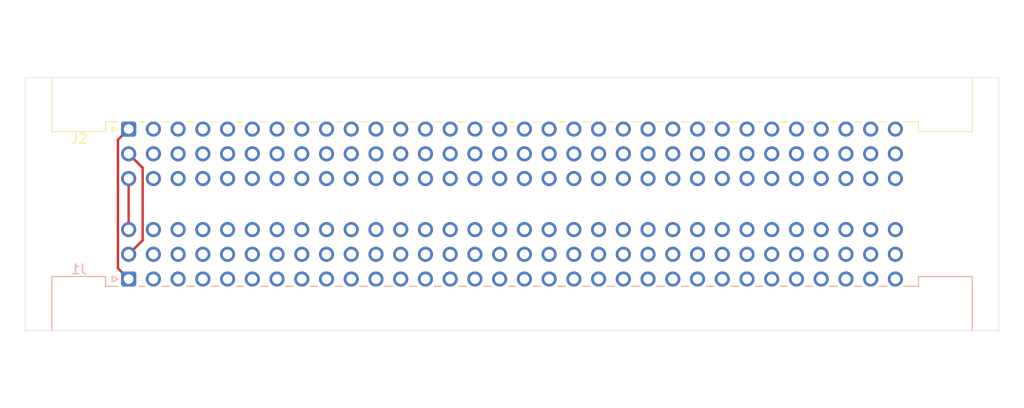
<source format=kicad_pcb>
(kicad_pcb (version 20171130) (host pcbnew "(5.1.9-0-10_14)")

  (general
    (thickness 1.6)
    (drawings 6)
    (tracks 7)
    (zones 0)
    (modules 2)
    (nets 189)
  )

  (page A4)
  (layers
    (0 F.Cu signal)
    (31 B.Cu signal)
    (32 B.Adhes user)
    (33 F.Adhes user)
    (34 B.Paste user)
    (35 F.Paste user)
    (36 B.SilkS user)
    (37 F.SilkS user)
    (38 B.Mask user)
    (39 F.Mask user)
    (40 Dwgs.User user)
    (41 Cmts.User user)
    (42 Eco1.User user)
    (43 Eco2.User user)
    (44 Edge.Cuts user)
    (45 Margin user)
    (46 B.CrtYd user)
    (47 F.CrtYd user)
    (48 B.Fab user)
    (49 F.Fab user)
  )

  (setup
    (last_trace_width 0.25)
    (trace_clearance 0.2)
    (zone_clearance 0.508)
    (zone_45_only no)
    (trace_min 0.2)
    (via_size 0.8)
    (via_drill 0.4)
    (via_min_size 0.4)
    (via_min_drill 0.3)
    (uvia_size 0.3)
    (uvia_drill 0.1)
    (uvias_allowed no)
    (uvia_min_size 0.2)
    (uvia_min_drill 0.1)
    (edge_width 0.05)
    (segment_width 0.2)
    (pcb_text_width 0.3)
    (pcb_text_size 1.5 1.5)
    (mod_edge_width 0.12)
    (mod_text_size 1 1)
    (mod_text_width 0.15)
    (pad_size 1.524 1.524)
    (pad_drill 0.762)
    (pad_to_mask_clearance 0)
    (aux_axis_origin 0 0)
    (grid_origin 110.43 45.6)
    (visible_elements FFFFFF7F)
    (pcbplotparams
      (layerselection 0x010fc_ffffffff)
      (usegerberextensions false)
      (usegerberattributes true)
      (usegerberadvancedattributes true)
      (creategerberjobfile true)
      (excludeedgelayer true)
      (linewidth 0.100000)
      (plotframeref false)
      (viasonmask false)
      (mode 1)
      (useauxorigin false)
      (hpglpennumber 1)
      (hpglpenspeed 20)
      (hpglpendiameter 15.000000)
      (psnegative false)
      (psa4output false)
      (plotreference true)
      (plotvalue true)
      (plotinvisibletext false)
      (padsonsilk false)
      (subtractmaskfromsilk false)
      (outputformat 1)
      (mirror false)
      (drillshape 1)
      (scaleselection 1)
      (outputdirectory ""))
  )

  (net 0 "")
  (net 1 "Net-(J1-PadC32)")
  (net 2 "Net-(J1-PadC31)")
  (net 3 "Net-(J1-PadC30)")
  (net 4 "Net-(J1-PadC29)")
  (net 5 "Net-(J1-PadC28)")
  (net 6 "Net-(J1-PadC27)")
  (net 7 "Net-(J1-PadC26)")
  (net 8 "Net-(J1-PadC25)")
  (net 9 "Net-(J1-PadC24)")
  (net 10 "Net-(J1-PadC23)")
  (net 11 "Net-(J1-PadC22)")
  (net 12 "Net-(J1-PadC21)")
  (net 13 "Net-(J1-PadC20)")
  (net 14 "Net-(J1-PadC19)")
  (net 15 "Net-(J1-PadC18)")
  (net 16 "Net-(J1-PadC17)")
  (net 17 "Net-(J1-PadC16)")
  (net 18 "Net-(J1-PadC15)")
  (net 19 "Net-(J1-PadC14)")
  (net 20 "Net-(J1-PadC13)")
  (net 21 "Net-(J1-PadC12)")
  (net 22 "Net-(J1-PadC11)")
  (net 23 "Net-(J1-PadC10)")
  (net 24 "Net-(J1-PadC9)")
  (net 25 "Net-(J1-PadC8)")
  (net 26 "Net-(J1-PadC7)")
  (net 27 "Net-(J1-PadC6)")
  (net 28 "Net-(J1-PadC5)")
  (net 29 "Net-(J1-PadC4)")
  (net 30 "Net-(J1-PadC3)")
  (net 31 "Net-(J1-PadC2)")
  (net 32 "Net-(J1-PadC1)")
  (net 33 "Net-(J1-PadB32)")
  (net 34 "Net-(J1-PadB31)")
  (net 35 "Net-(J1-PadB30)")
  (net 36 "Net-(J1-PadB29)")
  (net 37 "Net-(J1-PadB28)")
  (net 38 "Net-(J1-PadB27)")
  (net 39 "Net-(J1-PadB26)")
  (net 40 "Net-(J1-PadB25)")
  (net 41 "Net-(J1-PadB24)")
  (net 42 "Net-(J1-PadB23)")
  (net 43 "Net-(J1-PadB22)")
  (net 44 "Net-(J1-PadB21)")
  (net 45 "Net-(J1-PadB20)")
  (net 46 "Net-(J1-PadB19)")
  (net 47 "Net-(J1-PadB18)")
  (net 48 "Net-(J1-PadB17)")
  (net 49 "Net-(J1-PadB16)")
  (net 50 "Net-(J1-PadB15)")
  (net 51 "Net-(J1-PadB14)")
  (net 52 "Net-(J1-PadB13)")
  (net 53 "Net-(J1-PadB12)")
  (net 54 "Net-(J1-PadB11)")
  (net 55 "Net-(J1-PadB10)")
  (net 56 "Net-(J1-PadB9)")
  (net 57 "Net-(J1-PadB8)")
  (net 58 "Net-(J1-PadB7)")
  (net 59 "Net-(J1-PadB6)")
  (net 60 "Net-(J1-PadB5)")
  (net 61 "Net-(J1-PadB4)")
  (net 62 "Net-(J1-PadB3)")
  (net 63 "Net-(J1-PadB2)")
  (net 64 "Net-(J1-PadB1)")
  (net 65 "Net-(J1-PadA32)")
  (net 66 "Net-(J1-PadA31)")
  (net 67 "Net-(J1-PadA30)")
  (net 68 "Net-(J1-PadA29)")
  (net 69 "Net-(J1-PadA28)")
  (net 70 "Net-(J1-PadA27)")
  (net 71 "Net-(J1-PadA26)")
  (net 72 "Net-(J1-PadA25)")
  (net 73 "Net-(J1-PadA24)")
  (net 74 "Net-(J1-PadA23)")
  (net 75 "Net-(J1-PadA22)")
  (net 76 "Net-(J1-PadA21)")
  (net 77 "Net-(J1-PadA20)")
  (net 78 "Net-(J1-PadA19)")
  (net 79 "Net-(J1-PadA18)")
  (net 80 "Net-(J1-PadA17)")
  (net 81 "Net-(J1-PadA16)")
  (net 82 "Net-(J1-PadA15)")
  (net 83 "Net-(J1-PadA14)")
  (net 84 "Net-(J1-PadA13)")
  (net 85 "Net-(J1-PadA12)")
  (net 86 "Net-(J1-PadA11)")
  (net 87 "Net-(J1-PadA10)")
  (net 88 "Net-(J1-PadA9)")
  (net 89 "Net-(J1-PadA8)")
  (net 90 "Net-(J1-PadA7)")
  (net 91 "Net-(J1-PadA6)")
  (net 92 "Net-(J1-PadA5)")
  (net 93 "Net-(J1-PadA4)")
  (net 94 "Net-(J1-PadA3)")
  (net 95 "Net-(J1-PadA2)")
  (net 96 "Net-(J1-PadA1)")
  (net 97 "Net-(J2-PadC32)")
  (net 98 "Net-(J2-PadC31)")
  (net 99 "Net-(J2-PadC30)")
  (net 100 "Net-(J2-PadC29)")
  (net 101 "Net-(J2-PadC28)")
  (net 102 "Net-(J2-PadC27)")
  (net 103 "Net-(J2-PadC26)")
  (net 104 "Net-(J2-PadC25)")
  (net 105 "Net-(J2-PadC24)")
  (net 106 "Net-(J2-PadC23)")
  (net 107 "Net-(J2-PadC22)")
  (net 108 "Net-(J2-PadC21)")
  (net 109 "Net-(J2-PadC20)")
  (net 110 "Net-(J2-PadC19)")
  (net 111 "Net-(J2-PadC18)")
  (net 112 "Net-(J2-PadC17)")
  (net 113 "Net-(J2-PadC16)")
  (net 114 "Net-(J2-PadC15)")
  (net 115 "Net-(J2-PadC14)")
  (net 116 "Net-(J2-PadC13)")
  (net 117 "Net-(J2-PadC12)")
  (net 118 "Net-(J2-PadC11)")
  (net 119 "Net-(J2-PadC10)")
  (net 120 "Net-(J2-PadC9)")
  (net 121 "Net-(J2-PadC8)")
  (net 122 "Net-(J2-PadC7)")
  (net 123 "Net-(J2-PadC6)")
  (net 124 "Net-(J2-PadC5)")
  (net 125 "Net-(J2-PadC4)")
  (net 126 "Net-(J2-PadC3)")
  (net 127 "Net-(J2-PadC2)")
  (net 128 "Net-(J2-PadB32)")
  (net 129 "Net-(J2-PadB31)")
  (net 130 "Net-(J2-PadB30)")
  (net 131 "Net-(J2-PadB29)")
  (net 132 "Net-(J2-PadB28)")
  (net 133 "Net-(J2-PadB27)")
  (net 134 "Net-(J2-PadB26)")
  (net 135 "Net-(J2-PadB25)")
  (net 136 "Net-(J2-PadB24)")
  (net 137 "Net-(J2-PadB23)")
  (net 138 "Net-(J2-PadB22)")
  (net 139 "Net-(J2-PadB21)")
  (net 140 "Net-(J2-PadB20)")
  (net 141 "Net-(J2-PadB19)")
  (net 142 "Net-(J2-PadB18)")
  (net 143 "Net-(J2-PadB17)")
  (net 144 "Net-(J2-PadB16)")
  (net 145 "Net-(J2-PadB15)")
  (net 146 "Net-(J2-PadB14)")
  (net 147 "Net-(J2-PadB13)")
  (net 148 "Net-(J2-PadB12)")
  (net 149 "Net-(J2-PadB11)")
  (net 150 "Net-(J2-PadB10)")
  (net 151 "Net-(J2-PadB9)")
  (net 152 "Net-(J2-PadB8)")
  (net 153 "Net-(J2-PadB7)")
  (net 154 "Net-(J2-PadB6)")
  (net 155 "Net-(J2-PadB5)")
  (net 156 "Net-(J2-PadB4)")
  (net 157 "Net-(J2-PadB3)")
  (net 158 "Net-(J2-PadB2)")
  (net 159 "Net-(J2-PadA32)")
  (net 160 "Net-(J2-PadA31)")
  (net 161 "Net-(J2-PadA30)")
  (net 162 "Net-(J2-PadA29)")
  (net 163 "Net-(J2-PadA28)")
  (net 164 "Net-(J2-PadA27)")
  (net 165 "Net-(J2-PadA26)")
  (net 166 "Net-(J2-PadA25)")
  (net 167 "Net-(J2-PadA24)")
  (net 168 "Net-(J2-PadA23)")
  (net 169 "Net-(J2-PadA22)")
  (net 170 "Net-(J2-PadA21)")
  (net 171 "Net-(J2-PadA20)")
  (net 172 "Net-(J2-PadA19)")
  (net 173 "Net-(J2-PadA18)")
  (net 174 "Net-(J2-PadA17)")
  (net 175 "Net-(J2-PadA16)")
  (net 176 "Net-(J2-PadA15)")
  (net 177 "Net-(J2-PadA14)")
  (net 178 "Net-(J2-PadA13)")
  (net 179 "Net-(J2-PadA12)")
  (net 180 "Net-(J2-PadA11)")
  (net 181 "Net-(J2-PadA10)")
  (net 182 "Net-(J2-PadA9)")
  (net 183 "Net-(J2-PadA8)")
  (net 184 "Net-(J2-PadA7)")
  (net 185 "Net-(J2-PadA6)")
  (net 186 "Net-(J2-PadA5)")
  (net 187 "Net-(J2-PadA4)")
  (net 188 "Net-(J2-PadA3)")

  (net_class Default "This is the default net class."
    (clearance 0.2)
    (trace_width 0.25)
    (via_dia 0.8)
    (via_drill 0.4)
    (uvia_dia 0.3)
    (uvia_drill 0.1)
    (add_net "Net-(J1-PadA1)")
    (add_net "Net-(J1-PadA10)")
    (add_net "Net-(J1-PadA11)")
    (add_net "Net-(J1-PadA12)")
    (add_net "Net-(J1-PadA13)")
    (add_net "Net-(J1-PadA14)")
    (add_net "Net-(J1-PadA15)")
    (add_net "Net-(J1-PadA16)")
    (add_net "Net-(J1-PadA17)")
    (add_net "Net-(J1-PadA18)")
    (add_net "Net-(J1-PadA19)")
    (add_net "Net-(J1-PadA2)")
    (add_net "Net-(J1-PadA20)")
    (add_net "Net-(J1-PadA21)")
    (add_net "Net-(J1-PadA22)")
    (add_net "Net-(J1-PadA23)")
    (add_net "Net-(J1-PadA24)")
    (add_net "Net-(J1-PadA25)")
    (add_net "Net-(J1-PadA26)")
    (add_net "Net-(J1-PadA27)")
    (add_net "Net-(J1-PadA28)")
    (add_net "Net-(J1-PadA29)")
    (add_net "Net-(J1-PadA3)")
    (add_net "Net-(J1-PadA30)")
    (add_net "Net-(J1-PadA31)")
    (add_net "Net-(J1-PadA32)")
    (add_net "Net-(J1-PadA4)")
    (add_net "Net-(J1-PadA5)")
    (add_net "Net-(J1-PadA6)")
    (add_net "Net-(J1-PadA7)")
    (add_net "Net-(J1-PadA8)")
    (add_net "Net-(J1-PadA9)")
    (add_net "Net-(J1-PadB1)")
    (add_net "Net-(J1-PadB10)")
    (add_net "Net-(J1-PadB11)")
    (add_net "Net-(J1-PadB12)")
    (add_net "Net-(J1-PadB13)")
    (add_net "Net-(J1-PadB14)")
    (add_net "Net-(J1-PadB15)")
    (add_net "Net-(J1-PadB16)")
    (add_net "Net-(J1-PadB17)")
    (add_net "Net-(J1-PadB18)")
    (add_net "Net-(J1-PadB19)")
    (add_net "Net-(J1-PadB2)")
    (add_net "Net-(J1-PadB20)")
    (add_net "Net-(J1-PadB21)")
    (add_net "Net-(J1-PadB22)")
    (add_net "Net-(J1-PadB23)")
    (add_net "Net-(J1-PadB24)")
    (add_net "Net-(J1-PadB25)")
    (add_net "Net-(J1-PadB26)")
    (add_net "Net-(J1-PadB27)")
    (add_net "Net-(J1-PadB28)")
    (add_net "Net-(J1-PadB29)")
    (add_net "Net-(J1-PadB3)")
    (add_net "Net-(J1-PadB30)")
    (add_net "Net-(J1-PadB31)")
    (add_net "Net-(J1-PadB32)")
    (add_net "Net-(J1-PadB4)")
    (add_net "Net-(J1-PadB5)")
    (add_net "Net-(J1-PadB6)")
    (add_net "Net-(J1-PadB7)")
    (add_net "Net-(J1-PadB8)")
    (add_net "Net-(J1-PadB9)")
    (add_net "Net-(J1-PadC1)")
    (add_net "Net-(J1-PadC10)")
    (add_net "Net-(J1-PadC11)")
    (add_net "Net-(J1-PadC12)")
    (add_net "Net-(J1-PadC13)")
    (add_net "Net-(J1-PadC14)")
    (add_net "Net-(J1-PadC15)")
    (add_net "Net-(J1-PadC16)")
    (add_net "Net-(J1-PadC17)")
    (add_net "Net-(J1-PadC18)")
    (add_net "Net-(J1-PadC19)")
    (add_net "Net-(J1-PadC2)")
    (add_net "Net-(J1-PadC20)")
    (add_net "Net-(J1-PadC21)")
    (add_net "Net-(J1-PadC22)")
    (add_net "Net-(J1-PadC23)")
    (add_net "Net-(J1-PadC24)")
    (add_net "Net-(J1-PadC25)")
    (add_net "Net-(J1-PadC26)")
    (add_net "Net-(J1-PadC27)")
    (add_net "Net-(J1-PadC28)")
    (add_net "Net-(J1-PadC29)")
    (add_net "Net-(J1-PadC3)")
    (add_net "Net-(J1-PadC30)")
    (add_net "Net-(J1-PadC31)")
    (add_net "Net-(J1-PadC32)")
    (add_net "Net-(J1-PadC4)")
    (add_net "Net-(J1-PadC5)")
    (add_net "Net-(J1-PadC6)")
    (add_net "Net-(J1-PadC7)")
    (add_net "Net-(J1-PadC8)")
    (add_net "Net-(J1-PadC9)")
    (add_net "Net-(J2-PadA10)")
    (add_net "Net-(J2-PadA11)")
    (add_net "Net-(J2-PadA12)")
    (add_net "Net-(J2-PadA13)")
    (add_net "Net-(J2-PadA14)")
    (add_net "Net-(J2-PadA15)")
    (add_net "Net-(J2-PadA16)")
    (add_net "Net-(J2-PadA17)")
    (add_net "Net-(J2-PadA18)")
    (add_net "Net-(J2-PadA19)")
    (add_net "Net-(J2-PadA20)")
    (add_net "Net-(J2-PadA21)")
    (add_net "Net-(J2-PadA22)")
    (add_net "Net-(J2-PadA23)")
    (add_net "Net-(J2-PadA24)")
    (add_net "Net-(J2-PadA25)")
    (add_net "Net-(J2-PadA26)")
    (add_net "Net-(J2-PadA27)")
    (add_net "Net-(J2-PadA28)")
    (add_net "Net-(J2-PadA29)")
    (add_net "Net-(J2-PadA3)")
    (add_net "Net-(J2-PadA30)")
    (add_net "Net-(J2-PadA31)")
    (add_net "Net-(J2-PadA32)")
    (add_net "Net-(J2-PadA4)")
    (add_net "Net-(J2-PadA5)")
    (add_net "Net-(J2-PadA6)")
    (add_net "Net-(J2-PadA7)")
    (add_net "Net-(J2-PadA8)")
    (add_net "Net-(J2-PadA9)")
    (add_net "Net-(J2-PadB10)")
    (add_net "Net-(J2-PadB11)")
    (add_net "Net-(J2-PadB12)")
    (add_net "Net-(J2-PadB13)")
    (add_net "Net-(J2-PadB14)")
    (add_net "Net-(J2-PadB15)")
    (add_net "Net-(J2-PadB16)")
    (add_net "Net-(J2-PadB17)")
    (add_net "Net-(J2-PadB18)")
    (add_net "Net-(J2-PadB19)")
    (add_net "Net-(J2-PadB2)")
    (add_net "Net-(J2-PadB20)")
    (add_net "Net-(J2-PadB21)")
    (add_net "Net-(J2-PadB22)")
    (add_net "Net-(J2-PadB23)")
    (add_net "Net-(J2-PadB24)")
    (add_net "Net-(J2-PadB25)")
    (add_net "Net-(J2-PadB26)")
    (add_net "Net-(J2-PadB27)")
    (add_net "Net-(J2-PadB28)")
    (add_net "Net-(J2-PadB29)")
    (add_net "Net-(J2-PadB3)")
    (add_net "Net-(J2-PadB30)")
    (add_net "Net-(J2-PadB31)")
    (add_net "Net-(J2-PadB32)")
    (add_net "Net-(J2-PadB4)")
    (add_net "Net-(J2-PadB5)")
    (add_net "Net-(J2-PadB6)")
    (add_net "Net-(J2-PadB7)")
    (add_net "Net-(J2-PadB8)")
    (add_net "Net-(J2-PadB9)")
    (add_net "Net-(J2-PadC10)")
    (add_net "Net-(J2-PadC11)")
    (add_net "Net-(J2-PadC12)")
    (add_net "Net-(J2-PadC13)")
    (add_net "Net-(J2-PadC14)")
    (add_net "Net-(J2-PadC15)")
    (add_net "Net-(J2-PadC16)")
    (add_net "Net-(J2-PadC17)")
    (add_net "Net-(J2-PadC18)")
    (add_net "Net-(J2-PadC19)")
    (add_net "Net-(J2-PadC2)")
    (add_net "Net-(J2-PadC20)")
    (add_net "Net-(J2-PadC21)")
    (add_net "Net-(J2-PadC22)")
    (add_net "Net-(J2-PadC23)")
    (add_net "Net-(J2-PadC24)")
    (add_net "Net-(J2-PadC25)")
    (add_net "Net-(J2-PadC26)")
    (add_net "Net-(J2-PadC27)")
    (add_net "Net-(J2-PadC28)")
    (add_net "Net-(J2-PadC29)")
    (add_net "Net-(J2-PadC3)")
    (add_net "Net-(J2-PadC30)")
    (add_net "Net-(J2-PadC31)")
    (add_net "Net-(J2-PadC32)")
    (add_net "Net-(J2-PadC4)")
    (add_net "Net-(J2-PadC5)")
    (add_net "Net-(J2-PadC6)")
    (add_net "Net-(J2-PadC7)")
    (add_net "Net-(J2-PadC8)")
    (add_net "Net-(J2-PadC9)")
  )

  (module Connector_DIN:DIN41612_C_3x32_Male_Horizontal_THT_CAPS (layer F.Cu) (tedit 5F9E07B0) (tstamp 606F9A37)
    (at 110.43 45.6)
    (descr "DIN41612 connector, type C, Horizontal, 3 rows 32 pins wide, https://www.erni-x-press.com/de/downloads/kataloge/englische_kataloge/erni-din41612-iec60603-2-e.pdf")
    (tags "DIN 41612 IEC 60603 C")
    (path /606FA904)
    (fp_text reference J2 (at -5.08 1) (layer F.SilkS)
      (effects (font (size 1 1) (thickness 0.15)))
    )
    (fp_text value C96ABC (at 39.37 7.62) (layer F.Fab)
      (effects (font (size 1 1) (thickness 0.15)))
    )
    (fp_line (start -4.38 -12.74) (end -4.38 -6.74) (layer F.Fab) (width 0.1))
    (fp_line (start -4.38 -6.74) (end -7.63 -6.74) (layer F.Fab) (width 0.1))
    (fp_line (start -7.63 -6.74) (end -7.63 0) (layer F.Fab) (width 0.1))
    (fp_line (start -7.63 0) (end -2.63 0) (layer F.Fab) (width 0.1))
    (fp_line (start -2.63 0) (end -2.63 -1) (layer F.Fab) (width 0.1))
    (fp_line (start -2.63 -1) (end 81.37 -1) (layer F.Fab) (width 0.1))
    (fp_line (start 81.37 -1) (end 81.37 0) (layer F.Fab) (width 0.1))
    (fp_line (start 81.37 0) (end 86.37 0) (layer F.Fab) (width 0.1))
    (fp_line (start 86.37 0) (end 86.37 -6.74) (layer F.Fab) (width 0.1))
    (fp_line (start 86.37 -6.74) (end 83.12 -6.74) (layer F.Fab) (width 0.1))
    (fp_line (start 83.12 -6.74) (end 83.12 -12.74) (layer F.Fab) (width 0.1))
    (fp_line (start 83.12 -12.74) (end -4.38 -12.74) (layer F.Fab) (width 0.1))
    (fp_line (start -7.89 -5.3) (end -7.89 0.26) (layer F.SilkS) (width 0.12))
    (fp_line (start -7.89 0.26) (end -2.37 0.26) (layer F.SilkS) (width 0.12))
    (fp_line (start -2.37 0.26) (end -2.37 -0.74) (layer F.SilkS) (width 0.12))
    (fp_line (start 86.63 -5.3) (end 86.63 0.26) (layer F.SilkS) (width 0.12))
    (fp_line (start 86.63 0.26) (end 81.11 0.26) (layer F.SilkS) (width 0.12))
    (fp_line (start 81.11 0.26) (end 81.11 -0.74) (layer F.SilkS) (width 0.12))
    (fp_line (start -2.371 -0.74) (end -1.095 -0.74) (layer F.SilkS) (width 0.12))
    (fp_line (start 1.095 -0.74) (end 1.671 -0.74) (layer F.SilkS) (width 0.12))
    (fp_line (start 3.41 -0.74) (end 4.211 -0.74) (layer F.SilkS) (width 0.12))
    (fp_line (start 5.95 -0.74) (end 6.751 -0.74) (layer F.SilkS) (width 0.12))
    (fp_line (start 8.49 -0.74) (end 9.291 -0.74) (layer F.SilkS) (width 0.12))
    (fp_line (start 11.03 -0.74) (end 11.831 -0.74) (layer F.SilkS) (width 0.12))
    (fp_line (start 13.57 -0.74) (end 14.371 -0.74) (layer F.SilkS) (width 0.12))
    (fp_line (start 16.11 -0.74) (end 16.911 -0.74) (layer F.SilkS) (width 0.12))
    (fp_line (start 18.65 -0.74) (end 19.451 -0.74) (layer F.SilkS) (width 0.12))
    (fp_line (start 21.19 -0.74) (end 21.991 -0.74) (layer F.SilkS) (width 0.12))
    (fp_line (start 23.73 -0.74) (end 24.531 -0.74) (layer F.SilkS) (width 0.12))
    (fp_line (start 26.27 -0.74) (end 27.071 -0.74) (layer F.SilkS) (width 0.12))
    (fp_line (start 28.81 -0.74) (end 29.611 -0.74) (layer F.SilkS) (width 0.12))
    (fp_line (start 31.35 -0.74) (end 32.151 -0.74) (layer F.SilkS) (width 0.12))
    (fp_line (start 33.89 -0.74) (end 34.691 -0.74) (layer F.SilkS) (width 0.12))
    (fp_line (start 36.43 -0.74) (end 37.231 -0.74) (layer F.SilkS) (width 0.12))
    (fp_line (start 38.97 -0.74) (end 39.771 -0.74) (layer F.SilkS) (width 0.12))
    (fp_line (start 41.51 -0.74) (end 42.311 -0.74) (layer F.SilkS) (width 0.12))
    (fp_line (start 44.05 -0.74) (end 44.851 -0.74) (layer F.SilkS) (width 0.12))
    (fp_line (start 46.59 -0.74) (end 47.391 -0.74) (layer F.SilkS) (width 0.12))
    (fp_line (start 49.13 -0.74) (end 49.931 -0.74) (layer F.SilkS) (width 0.12))
    (fp_line (start 51.67 -0.74) (end 52.471 -0.74) (layer F.SilkS) (width 0.12))
    (fp_line (start 54.21 -0.74) (end 55.011 -0.74) (layer F.SilkS) (width 0.12))
    (fp_line (start 56.75 -0.74) (end 57.551 -0.74) (layer F.SilkS) (width 0.12))
    (fp_line (start 59.29 -0.74) (end 60.091 -0.74) (layer F.SilkS) (width 0.12))
    (fp_line (start 61.83 -0.74) (end 62.631 -0.74) (layer F.SilkS) (width 0.12))
    (fp_line (start 64.37 -0.74) (end 65.171 -0.74) (layer F.SilkS) (width 0.12))
    (fp_line (start 66.91 -0.74) (end 67.711 -0.74) (layer F.SilkS) (width 0.12))
    (fp_line (start 69.45 -0.74) (end 70.251 -0.74) (layer F.SilkS) (width 0.12))
    (fp_line (start 71.99 -0.74) (end 72.791 -0.74) (layer F.SilkS) (width 0.12))
    (fp_line (start 74.53 -0.74) (end 75.331 -0.74) (layer F.SilkS) (width 0.12))
    (fp_line (start 77.07 -0.74) (end 77.871 -0.74) (layer F.SilkS) (width 0.12))
    (fp_line (start 79.61 -0.74) (end 81.11 -0.74) (layer F.SilkS) (width 0.12))
    (fp_line (start -1.095 0) (end -1.695 -0.3) (layer F.SilkS) (width 0.12))
    (fp_line (start -1.695 -0.3) (end -1.695 0.3) (layer F.SilkS) (width 0.12))
    (fp_line (start -1.695 0.3) (end -1.095 0) (layer F.SilkS) (width 0.12))
    (fp_line (start 0 -1.2) (end -0.5 -1.9) (layer F.Fab) (width 0.1))
    (fp_line (start -0.5 -1.9) (end 0.5 -1.9) (layer F.Fab) (width 0.1))
    (fp_line (start 0.5 -1.9) (end 0 -1.2) (layer F.Fab) (width 0.1))
    (fp_line (start -8.13 -13.23) (end -8.13 0.5) (layer F.CrtYd) (width 0.05))
    (fp_line (start -8.13 0.5) (end -1.27 0.5) (layer F.CrtYd) (width 0.05))
    (fp_line (start -1.27 0.5) (end -1.27 6.36) (layer F.CrtYd) (width 0.05))
    (fp_line (start -1.27 6.36) (end 80.02 6.36) (layer F.CrtYd) (width 0.05))
    (fp_line (start 80.02 6.36) (end 80.02 0.5) (layer F.CrtYd) (width 0.05))
    (fp_line (start 80.02 0.5) (end 86.87 0.5) (layer F.CrtYd) (width 0.05))
    (fp_line (start 86.87 0.5) (end 86.87 -13.23) (layer F.CrtYd) (width 0.05))
    (fp_line (start 86.87 -13.23) (end -8.13 -13.23) (layer F.CrtYd) (width 0.05))
    (fp_line (start -7.63 -5.3) (end 86.37 -5.3) (layer Dwgs.User) (width 0.08))
    (fp_line (start 39.17 -5.9) (end 39.37 -5.4) (layer Cmts.User) (width 0.1))
    (fp_line (start 39.37 -5.4) (end 39.57 -5.9) (layer Cmts.User) (width 0.1))
    (fp_line (start 39.37 -5.4) (end 39.37 -6.7) (layer Cmts.User) (width 0.1))
    (fp_text user "Board edge" (at 39.37 -7.3) (layer Cmts.User)
      (effects (font (size 0.7 0.7) (thickness 0.1)))
    )
    (fp_text user %R (at 39.37 -2.54) (layer F.Fab)
      (effects (font (size 1 1) (thickness 0.15)))
    )
    (pad C32 thru_hole circle (at 78.74 5.08) (size 1.55 1.55) (drill 1) (layers *.Cu *.Mask)
      (net 97 "Net-(J2-PadC32)"))
    (pad C31 thru_hole circle (at 76.2 5.08) (size 1.55 1.55) (drill 1) (layers *.Cu *.Mask)
      (net 98 "Net-(J2-PadC31)"))
    (pad C30 thru_hole circle (at 73.66 5.08) (size 1.55 1.55) (drill 1) (layers *.Cu *.Mask)
      (net 99 "Net-(J2-PadC30)"))
    (pad C29 thru_hole circle (at 71.12 5.08) (size 1.55 1.55) (drill 1) (layers *.Cu *.Mask)
      (net 100 "Net-(J2-PadC29)"))
    (pad C28 thru_hole circle (at 68.58 5.08) (size 1.55 1.55) (drill 1) (layers *.Cu *.Mask)
      (net 101 "Net-(J2-PadC28)"))
    (pad C27 thru_hole circle (at 66.04 5.08) (size 1.55 1.55) (drill 1) (layers *.Cu *.Mask)
      (net 102 "Net-(J2-PadC27)"))
    (pad C26 thru_hole circle (at 63.5 5.08) (size 1.55 1.55) (drill 1) (layers *.Cu *.Mask)
      (net 103 "Net-(J2-PadC26)"))
    (pad C25 thru_hole circle (at 60.96 5.08) (size 1.55 1.55) (drill 1) (layers *.Cu *.Mask)
      (net 104 "Net-(J2-PadC25)"))
    (pad C24 thru_hole circle (at 58.42 5.08) (size 1.55 1.55) (drill 1) (layers *.Cu *.Mask)
      (net 105 "Net-(J2-PadC24)"))
    (pad C23 thru_hole circle (at 55.88 5.08) (size 1.55 1.55) (drill 1) (layers *.Cu *.Mask)
      (net 106 "Net-(J2-PadC23)"))
    (pad C22 thru_hole circle (at 53.34 5.08) (size 1.55 1.55) (drill 1) (layers *.Cu *.Mask)
      (net 107 "Net-(J2-PadC22)"))
    (pad C21 thru_hole circle (at 50.8 5.08) (size 1.55 1.55) (drill 1) (layers *.Cu *.Mask)
      (net 108 "Net-(J2-PadC21)"))
    (pad C20 thru_hole circle (at 48.26 5.08) (size 1.55 1.55) (drill 1) (layers *.Cu *.Mask)
      (net 109 "Net-(J2-PadC20)"))
    (pad C19 thru_hole circle (at 45.72 5.08) (size 1.55 1.55) (drill 1) (layers *.Cu *.Mask)
      (net 110 "Net-(J2-PadC19)"))
    (pad C18 thru_hole circle (at 43.18 5.08) (size 1.55 1.55) (drill 1) (layers *.Cu *.Mask)
      (net 111 "Net-(J2-PadC18)"))
    (pad C17 thru_hole circle (at 40.64 5.08) (size 1.55 1.55) (drill 1) (layers *.Cu *.Mask)
      (net 112 "Net-(J2-PadC17)"))
    (pad C16 thru_hole circle (at 38.1 5.08) (size 1.55 1.55) (drill 1) (layers *.Cu *.Mask)
      (net 113 "Net-(J2-PadC16)"))
    (pad C15 thru_hole circle (at 35.56 5.08) (size 1.55 1.55) (drill 1) (layers *.Cu *.Mask)
      (net 114 "Net-(J2-PadC15)"))
    (pad C14 thru_hole circle (at 33.02 5.08) (size 1.55 1.55) (drill 1) (layers *.Cu *.Mask)
      (net 115 "Net-(J2-PadC14)"))
    (pad C13 thru_hole circle (at 30.48 5.08) (size 1.55 1.55) (drill 1) (layers *.Cu *.Mask)
      (net 116 "Net-(J2-PadC13)"))
    (pad C12 thru_hole circle (at 27.94 5.08) (size 1.55 1.55) (drill 1) (layers *.Cu *.Mask)
      (net 117 "Net-(J2-PadC12)"))
    (pad C11 thru_hole circle (at 25.4 5.08) (size 1.55 1.55) (drill 1) (layers *.Cu *.Mask)
      (net 118 "Net-(J2-PadC11)"))
    (pad C10 thru_hole circle (at 22.86 5.08) (size 1.55 1.55) (drill 1) (layers *.Cu *.Mask)
      (net 119 "Net-(J2-PadC10)"))
    (pad C9 thru_hole circle (at 20.32 5.08) (size 1.55 1.55) (drill 1) (layers *.Cu *.Mask)
      (net 120 "Net-(J2-PadC9)"))
    (pad C8 thru_hole circle (at 17.78 5.08) (size 1.55 1.55) (drill 1) (layers *.Cu *.Mask)
      (net 121 "Net-(J2-PadC8)"))
    (pad C7 thru_hole circle (at 15.24 5.08) (size 1.55 1.55) (drill 1) (layers *.Cu *.Mask)
      (net 122 "Net-(J2-PadC7)"))
    (pad C6 thru_hole circle (at 12.7 5.08) (size 1.55 1.55) (drill 1) (layers *.Cu *.Mask)
      (net 123 "Net-(J2-PadC6)"))
    (pad C5 thru_hole circle (at 10.16 5.08) (size 1.55 1.55) (drill 1) (layers *.Cu *.Mask)
      (net 124 "Net-(J2-PadC5)"))
    (pad C4 thru_hole circle (at 7.62 5.08) (size 1.55 1.55) (drill 1) (layers *.Cu *.Mask)
      (net 125 "Net-(J2-PadC4)"))
    (pad C3 thru_hole circle (at 5.08 5.08) (size 1.55 1.55) (drill 1) (layers *.Cu *.Mask)
      (net 126 "Net-(J2-PadC3)"))
    (pad C2 thru_hole circle (at 2.54 5.08) (size 1.55 1.55) (drill 1) (layers *.Cu *.Mask)
      (net 127 "Net-(J2-PadC2)"))
    (pad C1 thru_hole circle (at 0 5.08) (size 1.55 1.55) (drill 1) (layers *.Cu *.Mask)
      (net 32 "Net-(J1-PadC1)"))
    (pad B32 thru_hole circle (at 78.74 2.54) (size 1.55 1.55) (drill 1) (layers *.Cu *.Mask)
      (net 128 "Net-(J2-PadB32)"))
    (pad B31 thru_hole circle (at 76.2 2.54) (size 1.55 1.55) (drill 1) (layers *.Cu *.Mask)
      (net 129 "Net-(J2-PadB31)"))
    (pad B30 thru_hole circle (at 73.66 2.54) (size 1.55 1.55) (drill 1) (layers *.Cu *.Mask)
      (net 130 "Net-(J2-PadB30)"))
    (pad B29 thru_hole circle (at 71.12 2.54) (size 1.55 1.55) (drill 1) (layers *.Cu *.Mask)
      (net 131 "Net-(J2-PadB29)"))
    (pad B28 thru_hole circle (at 68.58 2.54) (size 1.55 1.55) (drill 1) (layers *.Cu *.Mask)
      (net 132 "Net-(J2-PadB28)"))
    (pad B27 thru_hole circle (at 66.04 2.54) (size 1.55 1.55) (drill 1) (layers *.Cu *.Mask)
      (net 133 "Net-(J2-PadB27)"))
    (pad B26 thru_hole circle (at 63.5 2.54) (size 1.55 1.55) (drill 1) (layers *.Cu *.Mask)
      (net 134 "Net-(J2-PadB26)"))
    (pad B25 thru_hole circle (at 60.96 2.54) (size 1.55 1.55) (drill 1) (layers *.Cu *.Mask)
      (net 135 "Net-(J2-PadB25)"))
    (pad B24 thru_hole circle (at 58.42 2.54) (size 1.55 1.55) (drill 1) (layers *.Cu *.Mask)
      (net 136 "Net-(J2-PadB24)"))
    (pad B23 thru_hole circle (at 55.88 2.54) (size 1.55 1.55) (drill 1) (layers *.Cu *.Mask)
      (net 137 "Net-(J2-PadB23)"))
    (pad B22 thru_hole circle (at 53.34 2.54) (size 1.55 1.55) (drill 1) (layers *.Cu *.Mask)
      (net 138 "Net-(J2-PadB22)"))
    (pad B21 thru_hole circle (at 50.8 2.54) (size 1.55 1.55) (drill 1) (layers *.Cu *.Mask)
      (net 139 "Net-(J2-PadB21)"))
    (pad B20 thru_hole circle (at 48.26 2.54) (size 1.55 1.55) (drill 1) (layers *.Cu *.Mask)
      (net 140 "Net-(J2-PadB20)"))
    (pad B19 thru_hole circle (at 45.72 2.54) (size 1.55 1.55) (drill 1) (layers *.Cu *.Mask)
      (net 141 "Net-(J2-PadB19)"))
    (pad B18 thru_hole circle (at 43.18 2.54) (size 1.55 1.55) (drill 1) (layers *.Cu *.Mask)
      (net 142 "Net-(J2-PadB18)"))
    (pad B17 thru_hole circle (at 40.64 2.54) (size 1.55 1.55) (drill 1) (layers *.Cu *.Mask)
      (net 143 "Net-(J2-PadB17)"))
    (pad B16 thru_hole circle (at 38.1 2.54) (size 1.55 1.55) (drill 1) (layers *.Cu *.Mask)
      (net 144 "Net-(J2-PadB16)"))
    (pad B15 thru_hole circle (at 35.56 2.54) (size 1.55 1.55) (drill 1) (layers *.Cu *.Mask)
      (net 145 "Net-(J2-PadB15)"))
    (pad B14 thru_hole circle (at 33.02 2.54) (size 1.55 1.55) (drill 1) (layers *.Cu *.Mask)
      (net 146 "Net-(J2-PadB14)"))
    (pad B13 thru_hole circle (at 30.48 2.54) (size 1.55 1.55) (drill 1) (layers *.Cu *.Mask)
      (net 147 "Net-(J2-PadB13)"))
    (pad B12 thru_hole circle (at 27.94 2.54) (size 1.55 1.55) (drill 1) (layers *.Cu *.Mask)
      (net 148 "Net-(J2-PadB12)"))
    (pad B11 thru_hole circle (at 25.4 2.54) (size 1.55 1.55) (drill 1) (layers *.Cu *.Mask)
      (net 149 "Net-(J2-PadB11)"))
    (pad B10 thru_hole circle (at 22.86 2.54) (size 1.55 1.55) (drill 1) (layers *.Cu *.Mask)
      (net 150 "Net-(J2-PadB10)"))
    (pad B9 thru_hole circle (at 20.32 2.54) (size 1.55 1.55) (drill 1) (layers *.Cu *.Mask)
      (net 151 "Net-(J2-PadB9)"))
    (pad B8 thru_hole circle (at 17.78 2.54) (size 1.55 1.55) (drill 1) (layers *.Cu *.Mask)
      (net 152 "Net-(J2-PadB8)"))
    (pad B7 thru_hole circle (at 15.24 2.54) (size 1.55 1.55) (drill 1) (layers *.Cu *.Mask)
      (net 153 "Net-(J2-PadB7)"))
    (pad B6 thru_hole circle (at 12.7 2.54) (size 1.55 1.55) (drill 1) (layers *.Cu *.Mask)
      (net 154 "Net-(J2-PadB6)"))
    (pad B5 thru_hole circle (at 10.16 2.54) (size 1.55 1.55) (drill 1) (layers *.Cu *.Mask)
      (net 155 "Net-(J2-PadB5)"))
    (pad B4 thru_hole circle (at 7.62 2.54) (size 1.55 1.55) (drill 1) (layers *.Cu *.Mask)
      (net 156 "Net-(J2-PadB4)"))
    (pad B3 thru_hole circle (at 5.08 2.54) (size 1.55 1.55) (drill 1) (layers *.Cu *.Mask)
      (net 157 "Net-(J2-PadB3)"))
    (pad B2 thru_hole circle (at 2.54 2.54) (size 1.55 1.55) (drill 1) (layers *.Cu *.Mask)
      (net 158 "Net-(J2-PadB2)"))
    (pad B1 thru_hole circle (at 0 2.54) (size 1.55 1.55) (drill 1) (layers *.Cu *.Mask)
      (net 64 "Net-(J1-PadB1)"))
    (pad A32 thru_hole circle (at 78.74 0) (size 1.55 1.55) (drill 1) (layers *.Cu *.Mask)
      (net 159 "Net-(J2-PadA32)"))
    (pad A31 thru_hole circle (at 76.2 0) (size 1.55 1.55) (drill 1) (layers *.Cu *.Mask)
      (net 160 "Net-(J2-PadA31)"))
    (pad A30 thru_hole circle (at 73.66 0) (size 1.55 1.55) (drill 1) (layers *.Cu *.Mask)
      (net 161 "Net-(J2-PadA30)"))
    (pad A29 thru_hole circle (at 71.12 0) (size 1.55 1.55) (drill 1) (layers *.Cu *.Mask)
      (net 162 "Net-(J2-PadA29)"))
    (pad A28 thru_hole circle (at 68.58 0) (size 1.55 1.55) (drill 1) (layers *.Cu *.Mask)
      (net 163 "Net-(J2-PadA28)"))
    (pad A27 thru_hole circle (at 66.04 0) (size 1.55 1.55) (drill 1) (layers *.Cu *.Mask)
      (net 164 "Net-(J2-PadA27)"))
    (pad A26 thru_hole circle (at 63.5 0) (size 1.55 1.55) (drill 1) (layers *.Cu *.Mask)
      (net 165 "Net-(J2-PadA26)"))
    (pad A25 thru_hole circle (at 60.96 0) (size 1.55 1.55) (drill 1) (layers *.Cu *.Mask)
      (net 166 "Net-(J2-PadA25)"))
    (pad A24 thru_hole circle (at 58.42 0) (size 1.55 1.55) (drill 1) (layers *.Cu *.Mask)
      (net 167 "Net-(J2-PadA24)"))
    (pad A23 thru_hole circle (at 55.88 0) (size 1.55 1.55) (drill 1) (layers *.Cu *.Mask)
      (net 168 "Net-(J2-PadA23)"))
    (pad A22 thru_hole circle (at 53.34 0) (size 1.55 1.55) (drill 1) (layers *.Cu *.Mask)
      (net 169 "Net-(J2-PadA22)"))
    (pad A21 thru_hole circle (at 50.8 0) (size 1.55 1.55) (drill 1) (layers *.Cu *.Mask)
      (net 170 "Net-(J2-PadA21)"))
    (pad A20 thru_hole circle (at 48.26 0) (size 1.55 1.55) (drill 1) (layers *.Cu *.Mask)
      (net 171 "Net-(J2-PadA20)"))
    (pad A19 thru_hole circle (at 45.72 0) (size 1.55 1.55) (drill 1) (layers *.Cu *.Mask)
      (net 172 "Net-(J2-PadA19)"))
    (pad A18 thru_hole circle (at 43.18 0) (size 1.55 1.55) (drill 1) (layers *.Cu *.Mask)
      (net 173 "Net-(J2-PadA18)"))
    (pad A17 thru_hole circle (at 40.64 0) (size 1.55 1.55) (drill 1) (layers *.Cu *.Mask)
      (net 174 "Net-(J2-PadA17)"))
    (pad A16 thru_hole circle (at 38.1 0) (size 1.55 1.55) (drill 1) (layers *.Cu *.Mask)
      (net 175 "Net-(J2-PadA16)"))
    (pad A15 thru_hole circle (at 35.56 0) (size 1.55 1.55) (drill 1) (layers *.Cu *.Mask)
      (net 176 "Net-(J2-PadA15)"))
    (pad A14 thru_hole circle (at 33.02 0) (size 1.55 1.55) (drill 1) (layers *.Cu *.Mask)
      (net 177 "Net-(J2-PadA14)"))
    (pad A13 thru_hole circle (at 30.48 0) (size 1.55 1.55) (drill 1) (layers *.Cu *.Mask)
      (net 178 "Net-(J2-PadA13)"))
    (pad A12 thru_hole circle (at 27.94 0) (size 1.55 1.55) (drill 1) (layers *.Cu *.Mask)
      (net 179 "Net-(J2-PadA12)"))
    (pad A11 thru_hole circle (at 25.4 0) (size 1.55 1.55) (drill 1) (layers *.Cu *.Mask)
      (net 180 "Net-(J2-PadA11)"))
    (pad A10 thru_hole circle (at 22.86 0) (size 1.55 1.55) (drill 1) (layers *.Cu *.Mask)
      (net 181 "Net-(J2-PadA10)"))
    (pad A9 thru_hole circle (at 20.32 0) (size 1.55 1.55) (drill 1) (layers *.Cu *.Mask)
      (net 182 "Net-(J2-PadA9)"))
    (pad A8 thru_hole circle (at 17.78 0) (size 1.55 1.55) (drill 1) (layers *.Cu *.Mask)
      (net 183 "Net-(J2-PadA8)"))
    (pad A7 thru_hole circle (at 15.24 0) (size 1.55 1.55) (drill 1) (layers *.Cu *.Mask)
      (net 184 "Net-(J2-PadA7)"))
    (pad A6 thru_hole circle (at 12.7 0) (size 1.55 1.55) (drill 1) (layers *.Cu *.Mask)
      (net 185 "Net-(J2-PadA6)"))
    (pad A5 thru_hole circle (at 10.16 0) (size 1.55 1.55) (drill 1) (layers *.Cu *.Mask)
      (net 186 "Net-(J2-PadA5)"))
    (pad A4 thru_hole circle (at 7.62 0) (size 1.55 1.55) (drill 1) (layers *.Cu *.Mask)
      (net 187 "Net-(J2-PadA4)"))
    (pad A3 thru_hole circle (at 5.08 0) (size 1.55 1.55) (drill 1) (layers *.Cu *.Mask)
      (net 188 "Net-(J2-PadA3)"))
    (pad A2 thru_hole circle (at 2.54 0) (size 1.55 1.55) (drill 1) (layers *.Cu *.Mask)
      (net 95 "Net-(J1-PadA2)"))
    (pad A1 thru_hole roundrect (at 0 0 90) (size 1.55 1.55) (drill 1) (layers *.Cu *.Mask) (roundrect_rratio 0.161)
      (net 96 "Net-(J1-PadA1)"))
    (pad "" np_thru_hole circle (at 83.82 -2.54) (size 2.85 2.85) (drill 2.85) (layers *.Cu *.Mask))
    (pad "" np_thru_hole circle (at -5.08 -2.54) (size 2.85 2.85) (drill 2.85) (layers *.Cu *.Mask))
    (model ${KISYS3DMOD}/Connector_DIN.3dshapes/DIN41612_C_3x32_Male_Horizontal_THT.wrl
      (at (xyz 0 0 0))
      (scale (xyz 1 1 1))
      (rotate (xyz 0 0 0))
    )
  )

  (module Connector_DIN:DIN41612_C_3x32_Male_Horizontal_THT_CAPS (layer B.Cu) (tedit 5F9E07B0) (tstamp 606F99AF)
    (at 110.43 61)
    (descr "DIN41612 connector, type C, Horizontal, 3 rows 32 pins wide, https://www.erni-x-press.com/de/downloads/kataloge/englische_kataloge/erni-din41612-iec60603-2-e.pdf")
    (tags "DIN 41612 IEC 60603 C")
    (path /606FD219)
    (fp_text reference J1 (at -5.08 -1) (layer B.SilkS)
      (effects (font (size 1 1) (thickness 0.15)) (justify mirror))
    )
    (fp_text value C96ABC (at 39.37 -7.62) (layer B.Fab)
      (effects (font (size 1 1) (thickness 0.15)) (justify mirror))
    )
    (fp_line (start -4.38 12.74) (end -4.38 6.74) (layer B.Fab) (width 0.1))
    (fp_line (start -4.38 6.74) (end -7.63 6.74) (layer B.Fab) (width 0.1))
    (fp_line (start -7.63 6.74) (end -7.63 0) (layer B.Fab) (width 0.1))
    (fp_line (start -7.63 0) (end -2.63 0) (layer B.Fab) (width 0.1))
    (fp_line (start -2.63 0) (end -2.63 1) (layer B.Fab) (width 0.1))
    (fp_line (start -2.63 1) (end 81.37 1) (layer B.Fab) (width 0.1))
    (fp_line (start 81.37 1) (end 81.37 0) (layer B.Fab) (width 0.1))
    (fp_line (start 81.37 0) (end 86.37 0) (layer B.Fab) (width 0.1))
    (fp_line (start 86.37 0) (end 86.37 6.74) (layer B.Fab) (width 0.1))
    (fp_line (start 86.37 6.74) (end 83.12 6.74) (layer B.Fab) (width 0.1))
    (fp_line (start 83.12 6.74) (end 83.12 12.74) (layer B.Fab) (width 0.1))
    (fp_line (start 83.12 12.74) (end -4.38 12.74) (layer B.Fab) (width 0.1))
    (fp_line (start -7.89 5.3) (end -7.89 -0.26) (layer B.SilkS) (width 0.12))
    (fp_line (start -7.89 -0.26) (end -2.37 -0.26) (layer B.SilkS) (width 0.12))
    (fp_line (start -2.37 -0.26) (end -2.37 0.74) (layer B.SilkS) (width 0.12))
    (fp_line (start 86.63 5.3) (end 86.63 -0.26) (layer B.SilkS) (width 0.12))
    (fp_line (start 86.63 -0.26) (end 81.11 -0.26) (layer B.SilkS) (width 0.12))
    (fp_line (start 81.11 -0.26) (end 81.11 0.74) (layer B.SilkS) (width 0.12))
    (fp_line (start -2.371 0.74) (end -1.095 0.74) (layer B.SilkS) (width 0.12))
    (fp_line (start 1.095 0.74) (end 1.671 0.74) (layer B.SilkS) (width 0.12))
    (fp_line (start 3.41 0.74) (end 4.211 0.74) (layer B.SilkS) (width 0.12))
    (fp_line (start 5.95 0.74) (end 6.751 0.74) (layer B.SilkS) (width 0.12))
    (fp_line (start 8.49 0.74) (end 9.291 0.74) (layer B.SilkS) (width 0.12))
    (fp_line (start 11.03 0.74) (end 11.831 0.74) (layer B.SilkS) (width 0.12))
    (fp_line (start 13.57 0.74) (end 14.371 0.74) (layer B.SilkS) (width 0.12))
    (fp_line (start 16.11 0.74) (end 16.911 0.74) (layer B.SilkS) (width 0.12))
    (fp_line (start 18.65 0.74) (end 19.451 0.74) (layer B.SilkS) (width 0.12))
    (fp_line (start 21.19 0.74) (end 21.991 0.74) (layer B.SilkS) (width 0.12))
    (fp_line (start 23.73 0.74) (end 24.531 0.74) (layer B.SilkS) (width 0.12))
    (fp_line (start 26.27 0.74) (end 27.071 0.74) (layer B.SilkS) (width 0.12))
    (fp_line (start 28.81 0.74) (end 29.611 0.74) (layer B.SilkS) (width 0.12))
    (fp_line (start 31.35 0.74) (end 32.151 0.74) (layer B.SilkS) (width 0.12))
    (fp_line (start 33.89 0.74) (end 34.691 0.74) (layer B.SilkS) (width 0.12))
    (fp_line (start 36.43 0.74) (end 37.231 0.74) (layer B.SilkS) (width 0.12))
    (fp_line (start 38.97 0.74) (end 39.771 0.74) (layer B.SilkS) (width 0.12))
    (fp_line (start 41.51 0.74) (end 42.311 0.74) (layer B.SilkS) (width 0.12))
    (fp_line (start 44.05 0.74) (end 44.851 0.74) (layer B.SilkS) (width 0.12))
    (fp_line (start 46.59 0.74) (end 47.391 0.74) (layer B.SilkS) (width 0.12))
    (fp_line (start 49.13 0.74) (end 49.931 0.74) (layer B.SilkS) (width 0.12))
    (fp_line (start 51.67 0.74) (end 52.471 0.74) (layer B.SilkS) (width 0.12))
    (fp_line (start 54.21 0.74) (end 55.011 0.74) (layer B.SilkS) (width 0.12))
    (fp_line (start 56.75 0.74) (end 57.551 0.74) (layer B.SilkS) (width 0.12))
    (fp_line (start 59.29 0.74) (end 60.091 0.74) (layer B.SilkS) (width 0.12))
    (fp_line (start 61.83 0.74) (end 62.631 0.74) (layer B.SilkS) (width 0.12))
    (fp_line (start 64.37 0.74) (end 65.171 0.74) (layer B.SilkS) (width 0.12))
    (fp_line (start 66.91 0.74) (end 67.711 0.74) (layer B.SilkS) (width 0.12))
    (fp_line (start 69.45 0.74) (end 70.251 0.74) (layer B.SilkS) (width 0.12))
    (fp_line (start 71.99 0.74) (end 72.791 0.74) (layer B.SilkS) (width 0.12))
    (fp_line (start 74.53 0.74) (end 75.331 0.74) (layer B.SilkS) (width 0.12))
    (fp_line (start 77.07 0.74) (end 77.871 0.74) (layer B.SilkS) (width 0.12))
    (fp_line (start 79.61 0.74) (end 81.11 0.74) (layer B.SilkS) (width 0.12))
    (fp_line (start -1.095 0) (end -1.695 0.3) (layer B.SilkS) (width 0.12))
    (fp_line (start -1.695 0.3) (end -1.695 -0.3) (layer B.SilkS) (width 0.12))
    (fp_line (start -1.695 -0.3) (end -1.095 0) (layer B.SilkS) (width 0.12))
    (fp_line (start 0 1.2) (end -0.5 1.9) (layer B.Fab) (width 0.1))
    (fp_line (start -0.5 1.9) (end 0.5 1.9) (layer B.Fab) (width 0.1))
    (fp_line (start 0.5 1.9) (end 0 1.2) (layer B.Fab) (width 0.1))
    (fp_line (start -8.13 13.23) (end -8.13 -0.5) (layer B.CrtYd) (width 0.05))
    (fp_line (start -8.13 -0.5) (end -1.27 -0.5) (layer B.CrtYd) (width 0.05))
    (fp_line (start -1.27 -0.5) (end -1.27 -6.36) (layer B.CrtYd) (width 0.05))
    (fp_line (start -1.27 -6.36) (end 80.02 -6.36) (layer B.CrtYd) (width 0.05))
    (fp_line (start 80.02 -6.36) (end 80.02 -0.5) (layer B.CrtYd) (width 0.05))
    (fp_line (start 80.02 -0.5) (end 86.87 -0.5) (layer B.CrtYd) (width 0.05))
    (fp_line (start 86.87 -0.5) (end 86.87 13.23) (layer B.CrtYd) (width 0.05))
    (fp_line (start 86.87 13.23) (end -8.13 13.23) (layer B.CrtYd) (width 0.05))
    (fp_line (start -7.63 5.3) (end 86.37 5.3) (layer Dwgs.User) (width 0.08))
    (fp_line (start 39.17 5.9) (end 39.37 5.4) (layer Cmts.User) (width 0.1))
    (fp_line (start 39.37 5.4) (end 39.57 5.9) (layer Cmts.User) (width 0.1))
    (fp_line (start 39.37 5.4) (end 39.37 6.7) (layer Cmts.User) (width 0.1))
    (fp_text user "Board edge" (at 39.37 7.3) (layer Cmts.User)
      (effects (font (size 0.7 0.7) (thickness 0.1)))
    )
    (fp_text user %R (at 39.37 2.54) (layer B.Fab)
      (effects (font (size 1 1) (thickness 0.15)) (justify mirror))
    )
    (pad C32 thru_hole circle (at 78.74 -5.08) (size 1.55 1.55) (drill 1) (layers *.Cu *.Mask)
      (net 1 "Net-(J1-PadC32)"))
    (pad C31 thru_hole circle (at 76.2 -5.08) (size 1.55 1.55) (drill 1) (layers *.Cu *.Mask)
      (net 2 "Net-(J1-PadC31)"))
    (pad C30 thru_hole circle (at 73.66 -5.08) (size 1.55 1.55) (drill 1) (layers *.Cu *.Mask)
      (net 3 "Net-(J1-PadC30)"))
    (pad C29 thru_hole circle (at 71.12 -5.08) (size 1.55 1.55) (drill 1) (layers *.Cu *.Mask)
      (net 4 "Net-(J1-PadC29)"))
    (pad C28 thru_hole circle (at 68.58 -5.08) (size 1.55 1.55) (drill 1) (layers *.Cu *.Mask)
      (net 5 "Net-(J1-PadC28)"))
    (pad C27 thru_hole circle (at 66.04 -5.08) (size 1.55 1.55) (drill 1) (layers *.Cu *.Mask)
      (net 6 "Net-(J1-PadC27)"))
    (pad C26 thru_hole circle (at 63.5 -5.08) (size 1.55 1.55) (drill 1) (layers *.Cu *.Mask)
      (net 7 "Net-(J1-PadC26)"))
    (pad C25 thru_hole circle (at 60.96 -5.08) (size 1.55 1.55) (drill 1) (layers *.Cu *.Mask)
      (net 8 "Net-(J1-PadC25)"))
    (pad C24 thru_hole circle (at 58.42 -5.08) (size 1.55 1.55) (drill 1) (layers *.Cu *.Mask)
      (net 9 "Net-(J1-PadC24)"))
    (pad C23 thru_hole circle (at 55.88 -5.08) (size 1.55 1.55) (drill 1) (layers *.Cu *.Mask)
      (net 10 "Net-(J1-PadC23)"))
    (pad C22 thru_hole circle (at 53.34 -5.08) (size 1.55 1.55) (drill 1) (layers *.Cu *.Mask)
      (net 11 "Net-(J1-PadC22)"))
    (pad C21 thru_hole circle (at 50.8 -5.08) (size 1.55 1.55) (drill 1) (layers *.Cu *.Mask)
      (net 12 "Net-(J1-PadC21)"))
    (pad C20 thru_hole circle (at 48.26 -5.08) (size 1.55 1.55) (drill 1) (layers *.Cu *.Mask)
      (net 13 "Net-(J1-PadC20)"))
    (pad C19 thru_hole circle (at 45.72 -5.08) (size 1.55 1.55) (drill 1) (layers *.Cu *.Mask)
      (net 14 "Net-(J1-PadC19)"))
    (pad C18 thru_hole circle (at 43.18 -5.08) (size 1.55 1.55) (drill 1) (layers *.Cu *.Mask)
      (net 15 "Net-(J1-PadC18)"))
    (pad C17 thru_hole circle (at 40.64 -5.08) (size 1.55 1.55) (drill 1) (layers *.Cu *.Mask)
      (net 16 "Net-(J1-PadC17)"))
    (pad C16 thru_hole circle (at 38.1 -5.08) (size 1.55 1.55) (drill 1) (layers *.Cu *.Mask)
      (net 17 "Net-(J1-PadC16)"))
    (pad C15 thru_hole circle (at 35.56 -5.08) (size 1.55 1.55) (drill 1) (layers *.Cu *.Mask)
      (net 18 "Net-(J1-PadC15)"))
    (pad C14 thru_hole circle (at 33.02 -5.08) (size 1.55 1.55) (drill 1) (layers *.Cu *.Mask)
      (net 19 "Net-(J1-PadC14)"))
    (pad C13 thru_hole circle (at 30.48 -5.08) (size 1.55 1.55) (drill 1) (layers *.Cu *.Mask)
      (net 20 "Net-(J1-PadC13)"))
    (pad C12 thru_hole circle (at 27.94 -5.08) (size 1.55 1.55) (drill 1) (layers *.Cu *.Mask)
      (net 21 "Net-(J1-PadC12)"))
    (pad C11 thru_hole circle (at 25.4 -5.08) (size 1.55 1.55) (drill 1) (layers *.Cu *.Mask)
      (net 22 "Net-(J1-PadC11)"))
    (pad C10 thru_hole circle (at 22.86 -5.08) (size 1.55 1.55) (drill 1) (layers *.Cu *.Mask)
      (net 23 "Net-(J1-PadC10)"))
    (pad C9 thru_hole circle (at 20.32 -5.08) (size 1.55 1.55) (drill 1) (layers *.Cu *.Mask)
      (net 24 "Net-(J1-PadC9)"))
    (pad C8 thru_hole circle (at 17.78 -5.08) (size 1.55 1.55) (drill 1) (layers *.Cu *.Mask)
      (net 25 "Net-(J1-PadC8)"))
    (pad C7 thru_hole circle (at 15.24 -5.08) (size 1.55 1.55) (drill 1) (layers *.Cu *.Mask)
      (net 26 "Net-(J1-PadC7)"))
    (pad C6 thru_hole circle (at 12.7 -5.08) (size 1.55 1.55) (drill 1) (layers *.Cu *.Mask)
      (net 27 "Net-(J1-PadC6)"))
    (pad C5 thru_hole circle (at 10.16 -5.08) (size 1.55 1.55) (drill 1) (layers *.Cu *.Mask)
      (net 28 "Net-(J1-PadC5)"))
    (pad C4 thru_hole circle (at 7.62 -5.08) (size 1.55 1.55) (drill 1) (layers *.Cu *.Mask)
      (net 29 "Net-(J1-PadC4)"))
    (pad C3 thru_hole circle (at 5.08 -5.08) (size 1.55 1.55) (drill 1) (layers *.Cu *.Mask)
      (net 30 "Net-(J1-PadC3)"))
    (pad C2 thru_hole circle (at 2.54 -5.08) (size 1.55 1.55) (drill 1) (layers *.Cu *.Mask)
      (net 31 "Net-(J1-PadC2)"))
    (pad C1 thru_hole circle (at 0 -5.08) (size 1.55 1.55) (drill 1) (layers *.Cu *.Mask)
      (net 32 "Net-(J1-PadC1)"))
    (pad B32 thru_hole circle (at 78.74 -2.54) (size 1.55 1.55) (drill 1) (layers *.Cu *.Mask)
      (net 33 "Net-(J1-PadB32)"))
    (pad B31 thru_hole circle (at 76.2 -2.54) (size 1.55 1.55) (drill 1) (layers *.Cu *.Mask)
      (net 34 "Net-(J1-PadB31)"))
    (pad B30 thru_hole circle (at 73.66 -2.54) (size 1.55 1.55) (drill 1) (layers *.Cu *.Mask)
      (net 35 "Net-(J1-PadB30)"))
    (pad B29 thru_hole circle (at 71.12 -2.54) (size 1.55 1.55) (drill 1) (layers *.Cu *.Mask)
      (net 36 "Net-(J1-PadB29)"))
    (pad B28 thru_hole circle (at 68.58 -2.54) (size 1.55 1.55) (drill 1) (layers *.Cu *.Mask)
      (net 37 "Net-(J1-PadB28)"))
    (pad B27 thru_hole circle (at 66.04 -2.54) (size 1.55 1.55) (drill 1) (layers *.Cu *.Mask)
      (net 38 "Net-(J1-PadB27)"))
    (pad B26 thru_hole circle (at 63.5 -2.54) (size 1.55 1.55) (drill 1) (layers *.Cu *.Mask)
      (net 39 "Net-(J1-PadB26)"))
    (pad B25 thru_hole circle (at 60.96 -2.54) (size 1.55 1.55) (drill 1) (layers *.Cu *.Mask)
      (net 40 "Net-(J1-PadB25)"))
    (pad B24 thru_hole circle (at 58.42 -2.54) (size 1.55 1.55) (drill 1) (layers *.Cu *.Mask)
      (net 41 "Net-(J1-PadB24)"))
    (pad B23 thru_hole circle (at 55.88 -2.54) (size 1.55 1.55) (drill 1) (layers *.Cu *.Mask)
      (net 42 "Net-(J1-PadB23)"))
    (pad B22 thru_hole circle (at 53.34 -2.54) (size 1.55 1.55) (drill 1) (layers *.Cu *.Mask)
      (net 43 "Net-(J1-PadB22)"))
    (pad B21 thru_hole circle (at 50.8 -2.54) (size 1.55 1.55) (drill 1) (layers *.Cu *.Mask)
      (net 44 "Net-(J1-PadB21)"))
    (pad B20 thru_hole circle (at 48.26 -2.54) (size 1.55 1.55) (drill 1) (layers *.Cu *.Mask)
      (net 45 "Net-(J1-PadB20)"))
    (pad B19 thru_hole circle (at 45.72 -2.54) (size 1.55 1.55) (drill 1) (layers *.Cu *.Mask)
      (net 46 "Net-(J1-PadB19)"))
    (pad B18 thru_hole circle (at 43.18 -2.54) (size 1.55 1.55) (drill 1) (layers *.Cu *.Mask)
      (net 47 "Net-(J1-PadB18)"))
    (pad B17 thru_hole circle (at 40.64 -2.54) (size 1.55 1.55) (drill 1) (layers *.Cu *.Mask)
      (net 48 "Net-(J1-PadB17)"))
    (pad B16 thru_hole circle (at 38.1 -2.54) (size 1.55 1.55) (drill 1) (layers *.Cu *.Mask)
      (net 49 "Net-(J1-PadB16)"))
    (pad B15 thru_hole circle (at 35.56 -2.54) (size 1.55 1.55) (drill 1) (layers *.Cu *.Mask)
      (net 50 "Net-(J1-PadB15)"))
    (pad B14 thru_hole circle (at 33.02 -2.54) (size 1.55 1.55) (drill 1) (layers *.Cu *.Mask)
      (net 51 "Net-(J1-PadB14)"))
    (pad B13 thru_hole circle (at 30.48 -2.54) (size 1.55 1.55) (drill 1) (layers *.Cu *.Mask)
      (net 52 "Net-(J1-PadB13)"))
    (pad B12 thru_hole circle (at 27.94 -2.54) (size 1.55 1.55) (drill 1) (layers *.Cu *.Mask)
      (net 53 "Net-(J1-PadB12)"))
    (pad B11 thru_hole circle (at 25.4 -2.54) (size 1.55 1.55) (drill 1) (layers *.Cu *.Mask)
      (net 54 "Net-(J1-PadB11)"))
    (pad B10 thru_hole circle (at 22.86 -2.54) (size 1.55 1.55) (drill 1) (layers *.Cu *.Mask)
      (net 55 "Net-(J1-PadB10)"))
    (pad B9 thru_hole circle (at 20.32 -2.54) (size 1.55 1.55) (drill 1) (layers *.Cu *.Mask)
      (net 56 "Net-(J1-PadB9)"))
    (pad B8 thru_hole circle (at 17.78 -2.54) (size 1.55 1.55) (drill 1) (layers *.Cu *.Mask)
      (net 57 "Net-(J1-PadB8)"))
    (pad B7 thru_hole circle (at 15.24 -2.54) (size 1.55 1.55) (drill 1) (layers *.Cu *.Mask)
      (net 58 "Net-(J1-PadB7)"))
    (pad B6 thru_hole circle (at 12.7 -2.54) (size 1.55 1.55) (drill 1) (layers *.Cu *.Mask)
      (net 59 "Net-(J1-PadB6)"))
    (pad B5 thru_hole circle (at 10.16 -2.54) (size 1.55 1.55) (drill 1) (layers *.Cu *.Mask)
      (net 60 "Net-(J1-PadB5)"))
    (pad B4 thru_hole circle (at 7.62 -2.54) (size 1.55 1.55) (drill 1) (layers *.Cu *.Mask)
      (net 61 "Net-(J1-PadB4)"))
    (pad B3 thru_hole circle (at 5.08 -2.54) (size 1.55 1.55) (drill 1) (layers *.Cu *.Mask)
      (net 62 "Net-(J1-PadB3)"))
    (pad B2 thru_hole circle (at 2.54 -2.54) (size 1.55 1.55) (drill 1) (layers *.Cu *.Mask)
      (net 63 "Net-(J1-PadB2)"))
    (pad B1 thru_hole circle (at 0 -2.54) (size 1.55 1.55) (drill 1) (layers *.Cu *.Mask)
      (net 64 "Net-(J1-PadB1)"))
    (pad A32 thru_hole circle (at 78.74 0) (size 1.55 1.55) (drill 1) (layers *.Cu *.Mask)
      (net 65 "Net-(J1-PadA32)"))
    (pad A31 thru_hole circle (at 76.2 0) (size 1.55 1.55) (drill 1) (layers *.Cu *.Mask)
      (net 66 "Net-(J1-PadA31)"))
    (pad A30 thru_hole circle (at 73.66 0) (size 1.55 1.55) (drill 1) (layers *.Cu *.Mask)
      (net 67 "Net-(J1-PadA30)"))
    (pad A29 thru_hole circle (at 71.12 0) (size 1.55 1.55) (drill 1) (layers *.Cu *.Mask)
      (net 68 "Net-(J1-PadA29)"))
    (pad A28 thru_hole circle (at 68.58 0) (size 1.55 1.55) (drill 1) (layers *.Cu *.Mask)
      (net 69 "Net-(J1-PadA28)"))
    (pad A27 thru_hole circle (at 66.04 0) (size 1.55 1.55) (drill 1) (layers *.Cu *.Mask)
      (net 70 "Net-(J1-PadA27)"))
    (pad A26 thru_hole circle (at 63.5 0) (size 1.55 1.55) (drill 1) (layers *.Cu *.Mask)
      (net 71 "Net-(J1-PadA26)"))
    (pad A25 thru_hole circle (at 60.96 0) (size 1.55 1.55) (drill 1) (layers *.Cu *.Mask)
      (net 72 "Net-(J1-PadA25)"))
    (pad A24 thru_hole circle (at 58.42 0) (size 1.55 1.55) (drill 1) (layers *.Cu *.Mask)
      (net 73 "Net-(J1-PadA24)"))
    (pad A23 thru_hole circle (at 55.88 0) (size 1.55 1.55) (drill 1) (layers *.Cu *.Mask)
      (net 74 "Net-(J1-PadA23)"))
    (pad A22 thru_hole circle (at 53.34 0) (size 1.55 1.55) (drill 1) (layers *.Cu *.Mask)
      (net 75 "Net-(J1-PadA22)"))
    (pad A21 thru_hole circle (at 50.8 0) (size 1.55 1.55) (drill 1) (layers *.Cu *.Mask)
      (net 76 "Net-(J1-PadA21)"))
    (pad A20 thru_hole circle (at 48.26 0) (size 1.55 1.55) (drill 1) (layers *.Cu *.Mask)
      (net 77 "Net-(J1-PadA20)"))
    (pad A19 thru_hole circle (at 45.72 0) (size 1.55 1.55) (drill 1) (layers *.Cu *.Mask)
      (net 78 "Net-(J1-PadA19)"))
    (pad A18 thru_hole circle (at 43.18 0) (size 1.55 1.55) (drill 1) (layers *.Cu *.Mask)
      (net 79 "Net-(J1-PadA18)"))
    (pad A17 thru_hole circle (at 40.64 0) (size 1.55 1.55) (drill 1) (layers *.Cu *.Mask)
      (net 80 "Net-(J1-PadA17)"))
    (pad A16 thru_hole circle (at 38.1 0) (size 1.55 1.55) (drill 1) (layers *.Cu *.Mask)
      (net 81 "Net-(J1-PadA16)"))
    (pad A15 thru_hole circle (at 35.56 0) (size 1.55 1.55) (drill 1) (layers *.Cu *.Mask)
      (net 82 "Net-(J1-PadA15)"))
    (pad A14 thru_hole circle (at 33.02 0) (size 1.55 1.55) (drill 1) (layers *.Cu *.Mask)
      (net 83 "Net-(J1-PadA14)"))
    (pad A13 thru_hole circle (at 30.48 0) (size 1.55 1.55) (drill 1) (layers *.Cu *.Mask)
      (net 84 "Net-(J1-PadA13)"))
    (pad A12 thru_hole circle (at 27.94 0) (size 1.55 1.55) (drill 1) (layers *.Cu *.Mask)
      (net 85 "Net-(J1-PadA12)"))
    (pad A11 thru_hole circle (at 25.4 0) (size 1.55 1.55) (drill 1) (layers *.Cu *.Mask)
      (net 86 "Net-(J1-PadA11)"))
    (pad A10 thru_hole circle (at 22.86 0) (size 1.55 1.55) (drill 1) (layers *.Cu *.Mask)
      (net 87 "Net-(J1-PadA10)"))
    (pad A9 thru_hole circle (at 20.32 0) (size 1.55 1.55) (drill 1) (layers *.Cu *.Mask)
      (net 88 "Net-(J1-PadA9)"))
    (pad A8 thru_hole circle (at 17.78 0) (size 1.55 1.55) (drill 1) (layers *.Cu *.Mask)
      (net 89 "Net-(J1-PadA8)"))
    (pad A7 thru_hole circle (at 15.24 0) (size 1.55 1.55) (drill 1) (layers *.Cu *.Mask)
      (net 90 "Net-(J1-PadA7)"))
    (pad A6 thru_hole circle (at 12.7 0) (size 1.55 1.55) (drill 1) (layers *.Cu *.Mask)
      (net 91 "Net-(J1-PadA6)"))
    (pad A5 thru_hole circle (at 10.16 0) (size 1.55 1.55) (drill 1) (layers *.Cu *.Mask)
      (net 92 "Net-(J1-PadA5)"))
    (pad A4 thru_hole circle (at 7.62 0) (size 1.55 1.55) (drill 1) (layers *.Cu *.Mask)
      (net 93 "Net-(J1-PadA4)"))
    (pad A3 thru_hole circle (at 5.08 0) (size 1.55 1.55) (drill 1) (layers *.Cu *.Mask)
      (net 94 "Net-(J1-PadA3)"))
    (pad A2 thru_hole circle (at 2.54 0) (size 1.55 1.55) (drill 1) (layers *.Cu *.Mask)
      (net 95 "Net-(J1-PadA2)"))
    (pad A1 thru_hole roundrect (at 0 0 270) (size 1.55 1.55) (drill 1) (layers *.Cu *.Mask) (roundrect_rratio 0.161)
      (net 96 "Net-(J1-PadA1)"))
    (pad "" np_thru_hole circle (at 83.82 2.54) (size 2.85 2.85) (drill 2.85) (layers *.Cu *.Mask))
    (pad "" np_thru_hole circle (at -5.08 2.54) (size 2.85 2.85) (drill 2.85) (layers *.Cu *.Mask))
    (model ${KISYS3DMOD}/Connector_DIN.3dshapes/DIN41612_C_3x32_Male_Horizontal_THT.wrl
      (at (xyz 0 0 0))
      (scale (xyz 1 1 1))
      (rotate (xyz 0 0 0))
    )
  )

  (gr_line (start 99.8 66.3) (end 99.8 40.3) (layer Edge.Cuts) (width 0.05) (tstamp 60723C77))
  (gr_line (start 199.8 66.3) (end 99.8 66.3) (layer Edge.Cuts) (width 0.05))
  (gr_line (start 199.8 40.3) (end 199.8 66.3) (layer Edge.Cuts) (width 0.05))
  (dimension 2.47 (width 0.12) (layer Dwgs.User)
    (gr_text "2.470 mm" (at 198.565 63.65) (layer Dwgs.User)
      (effects (font (size 1 1) (thickness 0.15)))
    )
    (feature1 (pts (xy 197.33 40.3) (xy 197.33 62.966421)))
    (feature2 (pts (xy 199.8 40.3) (xy 199.8 62.966421)))
    (crossbar (pts (xy 199.8 62.38) (xy 197.33 62.38)))
    (arrow1a (pts (xy 197.33 62.38) (xy 198.456504 61.793579)))
    (arrow1b (pts (xy 197.33 62.38) (xy 198.456504 62.966421)))
    (arrow2a (pts (xy 199.8 62.38) (xy 198.673496 61.793579)))
    (arrow2b (pts (xy 199.8 62.38) (xy 198.673496 62.966421)))
  )
  (dimension 2.47 (width 0.12) (layer Dwgs.User)
    (gr_text "2.470 mm" (at 101.035 60.84) (layer Dwgs.User)
      (effects (font (size 1 1) (thickness 0.15)))
    )
    (feature1 (pts (xy 102.27 40.3) (xy 102.27 60.156421)))
    (feature2 (pts (xy 99.8 40.3) (xy 99.8 60.156421)))
    (crossbar (pts (xy 99.8 59.57) (xy 102.27 59.57)))
    (arrow1a (pts (xy 102.27 59.57) (xy 101.143496 60.156421)))
    (arrow1b (pts (xy 102.27 59.57) (xy 101.143496 58.983579)))
    (arrow2a (pts (xy 99.8 59.57) (xy 100.926504 60.156421)))
    (arrow2b (pts (xy 99.8 59.57) (xy 100.926504 58.983579)))
  )
  (gr_line (start 99.8 40.3) (end 199.8 40.3) (layer Edge.Cuts) (width 0.05))

  (segment (start 110.43 55.92) (end 110.43 50.68) (width 0.25) (layer F.Cu) (net 32))
  (segment (start 111.869999 49.579999) (end 110.43 48.14) (width 0.25) (layer F.Cu) (net 64))
  (segment (start 111.869999 57.020001) (end 111.869999 49.579999) (width 0.25) (layer F.Cu) (net 64))
  (segment (start 110.43 58.46) (end 111.869999 57.020001) (width 0.25) (layer F.Cu) (net 64))
  (segment (start 109.329999 46.700001) (end 110.43 45.6) (width 0.25) (layer F.Cu) (net 96))
  (segment (start 109.329999 59.899999) (end 109.329999 46.700001) (width 0.25) (layer F.Cu) (net 96))
  (segment (start 110.43 61) (end 109.329999 59.899999) (width 0.25) (layer F.Cu) (net 96))

)

</source>
